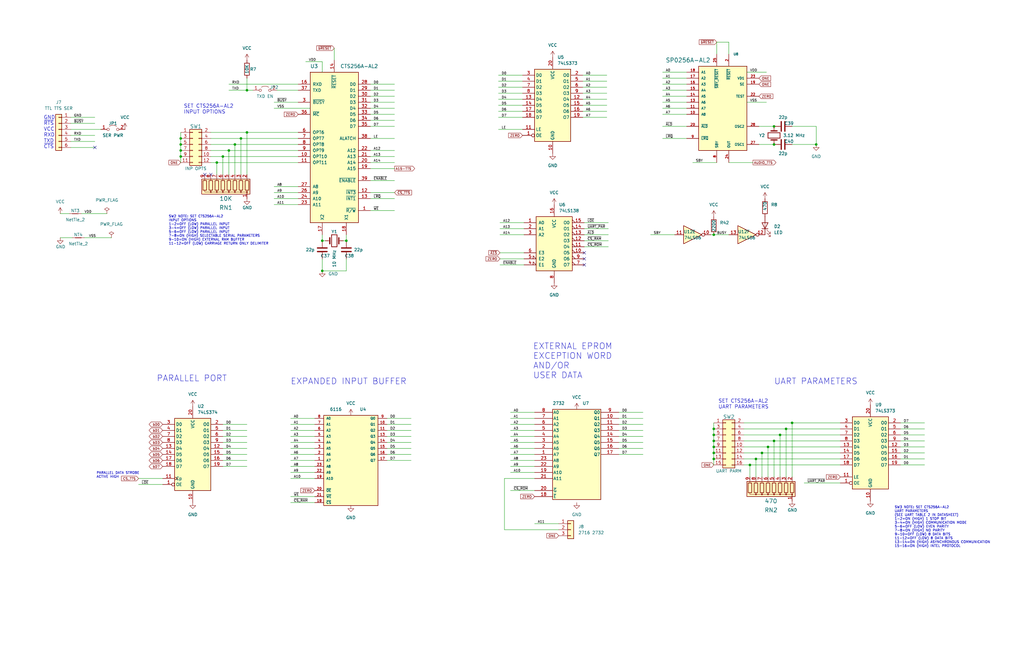
<source format=kicad_sch>
(kicad_sch (version 20211123) (generator eeschema)
  (paper "B")
  (junction (at 91.44 68.58))
  (junction (at 300.99 183.515))
  (junction (at 101.6 58.42))
  (junction (at 300.99 180.975))
  (junction (at 300.99 191.135))
  (junction (at 300.99 193.675))
  (junction (at 76.2 60.96))
  (junction (at 334.01 178.435))
  (junction (at 318.77 193.675))
  (junction (at 300.99 186.055))
  (junction (at 326.39 186.055))
  (junction (at 328.93 183.515))
  (junction (at 96.52 63.5))
  (junction (at 323.85 188.595))
  (junction (at 300.99 99.06))
  (junction (at 316.23 196.215))
  (junction (at 326.39 53.34))
  (junction (at 331.47 180.975))
  (junction (at 135.89 101.6))
  (junction (at 76.2 63.5))
  (junction (at 300.99 188.595))
  (junction (at 76.2 58.42))
  (junction (at 104.14 55.88))
  (junction (at 76.2 66.04))
  (junction (at 321.31 191.135))
  (junction (at 93.98 66.04))
  (junction (at 135.89 114.3))
  (junction (at 326.39 60.96))
  (junction (at 344.17 60.96))
  (junction (at 146.05 101.6))
  (junction (at 104.14 38.1))
  (junction (at 99.06 60.96))
  (no_connect (at 246.38 106.68))
  (no_connect (at 86.36 73.66))
  (no_connect (at 40.005 62.23))
  (no_connect (at 88.9 73.66))
  (no_connect (at 246.38 109.22))
  (no_connect (at 246.38 111.76))
  (wire (pts (xy 210.185 34.29) (xy 220.345 34.29)))
  (wire (pts (xy 331.47 180.975) (xy 354.33 180.975)))
  (wire (pts (xy 76.2 60.96) (xy 76.2 63.5)))
  (wire (pts (xy 93.98 186.69) (xy 104.14 186.69)))
  (wire (pts (xy 210.185 41.91) (xy 220.345 41.91)))
  (wire (pts (xy 379.73 186.055) (xy 389.89 186.055)))
  (wire (pts (xy 29.845 62.23) (xy 40.005 62.23)))
  (wire (pts (xy 156.21 81.28) (xy 166.37 81.28)))
  (wire (pts (xy 379.73 196.215) (xy 389.89 196.215)))
  (wire (pts (xy 245.745 36.83) (xy 255.905 36.83)))
  (wire (pts (xy 156.21 66.04) (xy 166.37 66.04)))
  (wire (pts (xy 128.905 26.035) (xy 135.89 26.035)))
  (wire (pts (xy 88.9 66.04) (xy 93.98 66.04)))
  (wire (pts (xy 29.845 52.07) (xy 40.005 52.07)))
  (wire (pts (xy 99.06 73.66) (xy 99.06 60.96)))
  (wire (pts (xy 156.21 50.8) (xy 166.37 50.8)))
  (wire (pts (xy 115.57 45.72) (xy 130.81 45.72)))
  (wire (pts (xy 279.4 35.56) (xy 289.56 35.56)))
  (wire (pts (xy 210.82 99.06) (xy 220.98 99.06)))
  (wire (pts (xy 156.21 40.64) (xy 166.37 40.64)))
  (wire (pts (xy 76.2 55.88) (xy 76.2 58.42)))
  (wire (pts (xy 245.745 46.99) (xy 255.905 46.99)))
  (wire (pts (xy 316.23 201.295) (xy 316.23 196.215)))
  (wire (pts (xy 379.73 193.675) (xy 389.89 193.675)))
  (wire (pts (xy 115.57 83.82) (xy 125.73 83.82)))
  (wire (pts (xy 246.38 99.06) (xy 256.54 99.06)))
  (wire (pts (xy 122.555 191.77) (xy 132.715 191.77)))
  (wire (pts (xy 260.985 184.15) (xy 271.145 184.15)))
  (wire (pts (xy 212.725 223.52) (xy 212.725 201.93)))
  (wire (pts (xy 156.21 53.34) (xy 166.37 53.34)))
  (wire (pts (xy 96.52 35.56) (xy 125.73 35.56)))
  (wire (pts (xy 122.555 189.23) (xy 132.715 189.23)))
  (wire (pts (xy 29.845 57.15) (xy 40.005 57.15)))
  (wire (pts (xy 29.845 59.69) (xy 40.005 59.69)))
  (wire (pts (xy 245.745 44.45) (xy 255.905 44.45)))
  (wire (pts (xy 302.26 17.78) (xy 302.26 22.86)))
  (wire (pts (xy 29.845 49.53) (xy 40.005 49.53)))
  (wire (pts (xy 122.555 196.85) (xy 132.715 196.85)))
  (wire (pts (xy 300.99 178.435) (xy 300.99 180.975)))
  (wire (pts (xy 215.265 199.39) (xy 225.425 199.39)))
  (wire (pts (xy 379.73 180.975) (xy 389.89 180.975)))
  (wire (pts (xy 279.4 40.64) (xy 289.56 40.64)))
  (wire (pts (xy 210.82 111.76) (xy 220.98 111.76)))
  (wire (pts (xy 300.99 99.06) (xy 299.72 99.06)))
  (wire (pts (xy 88.9 58.42) (xy 101.6 58.42)))
  (wire (pts (xy 379.73 183.515) (xy 389.89 183.515)))
  (wire (pts (xy 379.73 191.135) (xy 389.89 191.135)))
  (wire (pts (xy 307.34 68.58) (xy 317.5 68.58)))
  (wire (pts (xy 115.57 81.28) (xy 125.73 81.28)))
  (wire (pts (xy 215.265 181.61) (xy 225.425 181.61)))
  (wire (pts (xy 122.555 199.39) (xy 132.715 199.39)))
  (wire (pts (xy 122.555 176.53) (xy 132.715 176.53)))
  (wire (pts (xy 156.21 63.5) (xy 166.37 63.5)))
  (wire (pts (xy 279.4 30.48) (xy 289.56 30.48)))
  (wire (pts (xy 334.01 53.34) (xy 344.17 53.34)))
  (wire (pts (xy 245.745 34.29) (xy 255.905 34.29)))
  (wire (pts (xy 146.05 109.22) (xy 146.05 114.3)))
  (wire (pts (xy 88.9 60.96) (xy 99.06 60.96)))
  (wire (pts (xy 35.56 100.33) (xy 46.99 100.33)))
  (wire (pts (xy 245.745 41.91) (xy 255.905 41.91)))
  (wire (pts (xy 246.38 104.14) (xy 256.54 104.14)))
  (wire (pts (xy 93.98 66.04) (xy 125.73 66.04)))
  (wire (pts (xy 300.99 188.595) (xy 300.99 191.135)))
  (wire (pts (xy 260.985 191.77) (xy 271.145 191.77)))
  (wire (pts (xy 279.4 38.1) (xy 289.56 38.1)))
  (wire (pts (xy 115.57 86.36) (xy 125.73 86.36)))
  (wire (pts (xy 76.2 66.04) (xy 76.2 68.58)))
  (wire (pts (xy 292.1 68.58) (xy 302.26 68.58)))
  (wire (pts (xy 96.52 73.66) (xy 96.52 63.5)))
  (wire (pts (xy 156.21 38.1) (xy 166.37 38.1)))
  (wire (pts (xy 88.9 68.58) (xy 91.44 68.58)))
  (wire (pts (xy 260.985 181.61) (xy 271.145 181.61)))
  (wire (pts (xy 334.01 178.435) (xy 334.01 201.295)))
  (wire (pts (xy 344.17 53.34) (xy 344.17 60.96)))
  (wire (pts (xy 320.04 53.34) (xy 326.39 53.34)))
  (wire (pts (xy 210.185 39.37) (xy 220.345 39.37)))
  (wire (pts (xy 122.555 209.55) (xy 132.715 209.55)))
  (wire (pts (xy 104.14 33.02) (xy 104.14 38.1)))
  (wire (pts (xy 313.69 183.515) (xy 328.93 183.515)))
  (wire (pts (xy 215.265 184.15) (xy 225.425 184.15)))
  (wire (pts (xy 104.14 55.88) (xy 125.73 55.88)))
  (wire (pts (xy 260.985 186.69) (xy 271.145 186.69)))
  (wire (pts (xy 215.265 207.01) (xy 225.425 207.01)))
  (wire (pts (xy 344.17 60.96) (xy 334.01 60.96)))
  (wire (pts (xy 163.195 191.77) (xy 173.355 191.77)))
  (wire (pts (xy 140.97 20.32) (xy 140.97 25.4)))
  (wire (pts (xy 313.69 196.215) (xy 316.23 196.215)))
  (wire (pts (xy 93.98 191.77) (xy 104.14 191.77)))
  (wire (pts (xy 314.96 43.18) (xy 323.215 43.18)))
  (wire (pts (xy 300.99 191.135) (xy 300.99 193.675)))
  (wire (pts (xy 300.99 186.055) (xy 300.99 188.595)))
  (wire (pts (xy 210.185 49.53) (xy 220.345 49.53)))
  (wire (pts (xy 137.16 101.6) (xy 135.89 101.6)))
  (wire (pts (xy 339.09 203.835) (xy 354.33 203.835)))
  (wire (pts (xy 210.185 44.45) (xy 220.345 44.45)))
  (wire (pts (xy 326.39 186.055) (xy 354.33 186.055)))
  (wire (pts (xy 215.265 196.85) (xy 225.425 196.85)))
  (wire (pts (xy 163.195 179.07) (xy 173.355 179.07)))
  (wire (pts (xy 316.23 196.215) (xy 354.33 196.215)))
  (wire (pts (xy 34.29 90.17) (xy 45.085 90.17)))
  (wire (pts (xy 210.82 109.22) (xy 220.98 109.22)))
  (wire (pts (xy 76.2 58.42) (xy 76.2 60.96)))
  (wire (pts (xy 122.555 184.15) (xy 132.715 184.15)))
  (wire (pts (xy 260.985 179.07) (xy 271.145 179.07)))
  (wire (pts (xy 331.47 180.975) (xy 331.47 201.295)))
  (wire (pts (xy 274.32 99.06) (xy 284.48 99.06)))
  (wire (pts (xy 215.265 194.31) (xy 225.425 194.31)))
  (wire (pts (xy 313.69 193.675) (xy 318.77 193.675)))
  (wire (pts (xy 260.985 173.99) (xy 271.145 173.99)))
  (wire (pts (xy 101.6 58.42) (xy 101.6 73.66)))
  (wire (pts (xy 25.4 100.33) (xy 30.48 100.33)))
  (wire (pts (xy 328.93 183.515) (xy 328.93 201.295)))
  (wire (pts (xy 156.21 58.42) (xy 166.37 58.42)))
  (wire (pts (xy 279.4 33.02) (xy 289.56 33.02)))
  (wire (pts (xy 163.195 176.53) (xy 173.355 176.53)))
  (wire (pts (xy 163.195 189.23) (xy 173.355 189.23)))
  (wire (pts (xy 163.195 181.61) (xy 173.355 181.61)))
  (wire (pts (xy 115.57 78.74) (xy 125.73 78.74)))
  (wire (pts (xy 326.39 186.055) (xy 326.39 201.295)))
  (wire (pts (xy 210.185 54.61) (xy 220.345 54.61)))
  (wire (pts (xy 29.845 54.61) (xy 42.545 54.61)))
  (wire (pts (xy 210.82 96.52) (xy 220.98 96.52)))
  (wire (pts (xy 313.69 178.435) (xy 334.01 178.435)))
  (wire (pts (xy 300.99 183.515) (xy 300.99 186.055)))
  (wire (pts (xy 313.69 191.135) (xy 321.31 191.135)))
  (wire (pts (xy 260.985 176.53) (xy 271.145 176.53)))
  (wire (pts (xy 156.21 35.56) (xy 166.37 35.56)))
  (wire (pts (xy 323.85 201.295) (xy 323.85 188.595)))
  (wire (pts (xy 135.89 30.48) (xy 135.89 26.035)))
  (wire (pts (xy 246.38 101.6) (xy 256.54 101.6)))
  (wire (pts (xy 379.73 188.595) (xy 389.89 188.595)))
  (wire (pts (xy 328.93 183.515) (xy 354.33 183.515)))
  (wire (pts (xy 279.4 45.72) (xy 289.56 45.72)))
  (wire (pts (xy 122.555 179.07) (xy 132.715 179.07)))
  (wire (pts (xy 122.555 201.93) (xy 132.715 201.93)))
  (wire (pts (xy 58.42 204.47) (xy 68.58 204.47)))
  (wire (pts (xy 245.745 31.75) (xy 255.905 31.75)))
  (wire (pts (xy 156.21 43.18) (xy 166.37 43.18)))
  (wire (pts (xy 156.21 76.2) (xy 166.37 76.2)))
  (wire (pts (xy 318.77 193.675) (xy 354.33 193.675)))
  (wire (pts (xy 93.98 181.61) (xy 104.14 181.61)))
  (wire (pts (xy 215.265 173.99) (xy 225.425 173.99)))
  (wire (pts (xy 307.34 17.78) (xy 307.34 22.86)))
  (wire (pts (xy 300.99 99.06) (xy 307.34 99.06)))
  (wire (pts (xy 122.555 181.61) (xy 132.715 181.61)))
  (wire (pts (xy 163.195 184.15) (xy 173.355 184.15)))
  (wire (pts (xy 156.21 68.58) (xy 166.37 68.58)))
  (wire (pts (xy 25.4 90.17) (xy 29.21 90.17)))
  (wire (pts (xy 215.265 186.69) (xy 225.425 186.69)))
  (wire (pts (xy 58.42 201.93) (xy 68.58 201.93)))
  (wire (pts (xy 300.99 180.975) (xy 300.99 183.515)))
  (wire (pts (xy 163.195 186.69) (xy 173.355 186.69)))
  (wire (pts (xy 88.9 55.88) (xy 104.14 55.88)))
  (wire (pts (xy 93.98 179.07) (xy 104.14 179.07)))
  (wire (pts (xy 156.21 45.72) (xy 166.37 45.72)))
  (wire (pts (xy 146.05 101.6) (xy 144.78 101.6)))
  (wire (pts (xy 115.57 43.18) (xy 125.73 43.18)))
  (wire (pts (xy 260.985 189.23) (xy 271.145 189.23)))
  (wire (pts (xy 99.06 60.96) (xy 125.73 60.96)))
  (wire (pts (xy 122.555 212.09) (xy 132.715 212.09)))
  (wire (pts (xy 279.4 53.34) (xy 289.56 53.34)))
  (wire (pts (xy 279.4 48.26) (xy 289.56 48.26)))
  (wire (pts (xy 93.98 73.66) (xy 93.98 66.04)))
  (wire (pts (xy 91.44 68.58) (xy 125.73 68.58)))
  (wire (pts (xy 215.265 176.53) (xy 225.425 176.53)))
  (wire (pts (xy 91.44 73.66) (xy 91.44 68.58)))
  (wire (pts (xy 122.555 194.31) (xy 132.715 194.31)))
  (wire (pts (xy 104.14 55.88) (xy 104.14 73.66)))
  (wire (pts (xy 212.725 201.93) (xy 225.425 201.93)))
  (wire (pts (xy 156.21 83.82) (xy 166.37 83.82)))
  (wire (pts (xy 93.98 189.23) (xy 104.14 189.23)))
  (wire (pts (xy 76.2 63.5) (xy 76.2 66.04)))
  (wire (pts (xy 379.73 178.435) (xy 389.89 178.435)))
  (wire (pts (xy 116.84 38.1) (xy 125.73 38.1)))
  (wire (pts (xy 156.21 88.9) (xy 166.37 88.9)))
  (wire (pts (xy 320.04 60.96) (xy 326.39 60.96)))
  (wire (pts (xy 135.89 114.3) (xy 135.89 109.22)))
  (wire (pts (xy 146.05 99.06) (xy 146.05 101.6)))
  (wire (pts (xy 235.585 223.52) (xy 212.725 223.52)))
  (wire (pts (xy 210.185 46.99) (xy 220.345 46.99)))
  (wire (pts (xy 246.38 96.52) (xy 256.54 96.52)))
  (wire (pts (xy 321.31 191.135) (xy 354.33 191.135)))
  (wire (pts (xy 313.69 186.055) (xy 326.39 186.055)))
  (wire (pts (xy 302.26 17.78) (xy 307.34 17.78)))
  (wire (pts (xy 300.99 193.675) (xy 300.99 196.215)))
  (wire (pts (xy 96.52 63.5) (xy 125.73 63.5)))
  (wire (pts (xy 93.98 194.31) (xy 104.14 194.31)))
  (wire (pts (xy 225.425 220.98) (xy 235.585 220.98)))
  (wire (pts (xy 210.185 36.83) (xy 220.345 36.83)))
  (wire (pts (xy 146.05 114.3) (xy 135.89 114.3)))
  (wire (pts (xy 215.265 189.23) (xy 225.425 189.23)))
  (wire (pts (xy 156.21 71.12) (xy 166.37 71.12)))
  (wire (pts (xy 93.98 184.15) (xy 104.14 184.15)))
  (wire (pts (xy 245.745 49.53) (xy 255.905 49.53)))
  (wire (pts (xy 323.85 188.595) (xy 354.33 188.595)))
  (wire (pts (xy 334.01 178.435) (xy 354.33 178.435)))
  (wire (pts (xy 279.4 58.42) (xy 289.56 58.42)))
  (wire (pts (xy 88.9 63.5) (xy 96.52 63.5)))
  (wire (pts (xy 93.98 196.85) (xy 104.14 196.85)))
  (wire (pts (xy 210.82 106.68) (xy 220.98 106.68)))
  (wire (pts (xy 96.52 38.1) (xy 104.14 38.1)))
  (wire (pts (xy 318.77 201.295) (xy 318.77 193.675)))
  (wire (pts (xy 104.14 38.1) (xy 106.68 38.1)))
  (wire (pts (xy 215.265 179.07) (xy 225.425 179.07)))
  (wire (pts (xy 245.745 39.37) (xy 255.905 39.37)))
  (wire (pts (xy 163.195 194.31) (xy 173.355 194.31)))
  (wire (pts (xy 314.96 30.48) (xy 323.215 30.48)))
  (wire (pts (xy 279.4 43.18) (xy 289.56 43.18)))
  (wire (pts (xy 101.6 58.42) (xy 125.73 58.42)))
  (wire (pts (xy 313.69 180.975) (xy 331.47 180.975)))
  (wire (pts (xy 210.82 93.98) (xy 220.98 93.98)))
  (wire (pts (xy 246.38 93.98) (xy 256.54 93.98)))
  (wire (pts (xy 313.69 188.595) (xy 323.85 188.595)))
  (wire (pts (xy 321.31 201.295) (xy 321.31 191.135)))
  (wire (pts (xy 156.21 48.26) (xy 166.37 48.26)))
  (wire (pts (xy 135.89 99.06) (xy 135.89 101.6)))
  (wire (pts (xy 210.185 31.75) (xy 220.345 31.75)))
  (wire (pts (xy 122.555 186.69) (xy 132.715 186.69)))
  (wire (pts (xy 215.265 191.77) (xy 225.425 191.77)))
  (text "SW2 NOTE: SET CTS256A-AL2\nINPUT OPTIONS\n1-2=OFF (LOW) PARALLEL INPUT\n3-4=OFF (LOW) PARALLEL INPUT\n5-6=OFF (LOW) PARALLEL INPUT\n7-8=ON (HIGH) SELECTABLE SERIAL PARAMETERS\n9-10=ON (HIGH) EXTERNAL RAM BUFFER\n11-12=OFF (LOW) CARRIAGE RETURN ONLY DELIMITER" (at 71.12 103.505 0) (effects (font (size 1.016 1.016)) (justify left bottom)))
  (text "SW3 NOTE: SET CTS256A-AL2\nUART PARAMETERS \n(SEE UART TABLE 2 IN DATASHEET)\n1-2=ON (HIGH) 1 STOP BIT\n3-4=ON (HIGH) COMMUNICATION MODE\n5-6=OFF (LOW) EVEN PARITY\n7-8=ON (HIGH) NO PARITY\n9-10=OFF (LOW) 8 DATA BITS\n11-12=OFF (LOW) 8 DATA BITS\n13-14=ON (HIGH) ASYNCHRONOUS COMMUNICATION\n15-16=ON (HIGH) INTEL PROTOCOL" (at 377.19 231.14 0) (effects (font (size 1.016 1.016)) (justify left bottom)))
  (text "SET CTS256A-AL2\nINPUT OPTIONS" (at 77.47 48.26 0) (effects (font (size 1.524 1.524)) (justify left bottom)))
  (text "SET CTS256A-AL2\nUART PARAMETERS" (at 302.895 172.72 0) (effects (font (size 1.524 1.524)) (justify left bottom)))
  (text "GND\n~{RTS}\nVCC\nRXD\nTXD\n~{CTS}" (at 18.415 62.865 0) (effects (font (size 1.524 1.524)) (justify left bottom)))
  (text "UART PARAMETERS" (at 326.39 162.56 0) (effects (font (size 2.54 2.54)) (justify left bottom)))
  (text "EXPANDED INPUT BUFFER" (at 122.555 162.56 0) (effects (font (size 2.54 2.54)) (justify left bottom)))
  (text "PARALLEL PORT" (at 66.04 161.29 0) (effects (font (size 2.54 2.54)) (justify left bottom)))
  (text "PARALLEL DATA STROBE\nACTIVE HIGH" (at 40.64 201.93 0) (effects (font (size 1.016 1.016)) (justify left bottom)))
  (text "EXTERNAL EPROM\nEXCEPTION WORD\nAND/OR\nUSER DATA" (at 224.79 160.02 0) (effects (font (size 2.54 2.54)) (justify left bottom)))
  (label "D7" (at 262.255 191.77 0) (effects (font (size 1.016 1.016))))
  (label "D7" (at 95.25 196.85 0) (effects (font (size 1.016 1.016))))
  (label "D5" (at 262.255 186.69 0) (effects (font (size 1.016 1.016))))
  (label "D1" (at 211.455 34.29 0) (effects (font (size 1.016 1.016))))
  (label "~{ALD}" (at 280.67 53.34 0) (effects (font (size 1.016 1.016))))
  (label "A0" (at 123.825 176.53 0) (effects (font (size 1.016 1.016))))
  (label "D1" (at 381 193.675 0) (effects (font (size 1.016 1.016))))
  (label "~{CS_ROM}" (at 247.65 104.14 0) (effects (font (size 1.016 1.016))))
  (label "D6" (at 157.48 50.8 0) (effects (font (size 1.016 1.016))))
  (label "D7" (at 164.465 194.31 0) (effects (font (size 1.016 1.016))))
  (label "VDD" (at 316.23 30.48 0) (effects (font (size 1.016 1.016))))
  (label "D5" (at 95.25 191.77 0) (effects (font (size 1.016 1.016))))
  (label "D1" (at 164.465 179.07 0) (effects (font (size 1.016 1.016))))
  (label "D5" (at 164.465 189.23 0) (effects (font (size 1.016 1.016))))
  (label "~{LRQ}" (at 280.67 58.42 0) (effects (font (size 1.016 1.016))))
  (label "A7" (at 123.825 194.31 0) (effects (font (size 1.016 1.016))))
  (label "A9" (at 116.84 81.28 0) (effects (font (size 1.016 1.016))))
  (label "D6" (at 95.25 194.31 0) (effects (font (size 1.016 1.016))))
  (label "D1" (at 262.255 176.53 0) (effects (font (size 1.016 1.016))))
  (label "D2" (at 211.455 36.83 0) (effects (font (size 1.016 1.016))))
  (label "D4" (at 157.48 45.72 0) (effects (font (size 1.016 1.016))))
  (label "D0" (at 211.455 31.75 0) (effects (font (size 1.016 1.016))))
  (label "~{WE}" (at 123.825 209.55 0) (effects (font (size 1.016 1.016))))
  (label "D1" (at 157.48 38.1 0) (effects (font (size 1.016 1.016))))
  (label "A10" (at 123.825 201.93 0) (effects (font (size 1.016 1.016))))
  (label "D5" (at 157.48 48.26 0) (effects (font (size 1.016 1.016))))
  (label "A2" (at 216.535 179.07 0) (effects (font (size 1.016 1.016))))
  (label "SBY" (at 293.37 68.58 0) (effects (font (size 1.016 1.016))))
  (label "VSS" (at 316.23 43.18 0) (effects (font (size 1.016 1.016))))
  (label "A3" (at 123.825 184.15 0) (effects (font (size 1.016 1.016))))
  (label "~{ENABLE}" (at 212.09 111.76 0) (effects (font (size 1.016 1.016))))
  (label "A10" (at 216.535 199.39 0) (effects (font (size 1.016 1.016))))
  (label "D2" (at 95.25 184.15 0) (effects (font (size 1.016 1.016))))
  (label "A5" (at 216.535 186.69 0) (effects (font (size 1.016 1.016))))
  (label "A14" (at 212.09 99.06 0) (effects (font (size 1.016 1.016))))
  (label "RXD" (at 31.115 57.15 0) (effects (font (size 1.016 1.016))))
  (label "D0" (at 381 196.215 0) (effects (font (size 1.016 1.016))))
  (label "A4" (at 123.825 186.69 0) (effects (font (size 1.016 1.016))))
  (label "A6" (at 216.535 189.23 0) (effects (font (size 1.016 1.016))))
  (label "A7" (at 216.535 191.77 0) (effects (font (size 1.016 1.016))))
  (label "A7" (at 247.015 49.53 0) (effects (font (size 1.016 1.016))))
  (label "A4" (at 280.67 40.64 0) (effects (font (size 1.016 1.016))))
  (label "D3" (at 211.455 39.37 0) (effects (font (size 1.016 1.016))))
  (label "~{UART_PAR}" (at 340.36 203.835 0) (effects (font (size 1.016 1.016))))
  (label "A11" (at 226.695 220.98 0) (effects (font (size 1.016 1.016))))
  (label "~{BUSY}" (at 31.115 52.07 0) (effects (font (size 1.016 1.016))))
  (label "D5" (at 381 183.515 0) (effects (font (size 1.016 1.016))))
  (label "~{WE}" (at 157.48 88.9 0) (effects (font (size 1.016 1.016))))
  (label "D1" (at 95.25 181.61 0) (effects (font (size 1.016 1.016))))
  (label "A13" (at 157.48 66.04 0) (effects (font (size 1.016 1.016))))
  (label "RXD" (at 97.79 35.56 0) (effects (font (size 1.016 1.016))))
  (label "A0" (at 247.015 31.75 0) (effects (font (size 1.016 1.016))))
  (label "A6" (at 123.825 191.77 0) (effects (font (size 1.016 1.016))))
  (label "D6" (at 211.455 46.99 0) (effects (font (size 1.016 1.016))))
  (label "~{ENABLE}" (at 157.48 76.2 0) (effects (font (size 1.016 1.016))))
  (label "A3" (at 216.535 181.61 0) (effects (font (size 1.016 1.016))))
  (label "BUSY" (at 302.26 99.06 0) (effects (font (size 1.016 1.016))))
  (label "D0" (at 262.255 173.99 0) (effects (font (size 1.016 1.016))))
  (label "A13" (at 212.09 96.52 0) (effects (font (size 1.016 1.016))))
  (label "VSS" (at 116.84 45.72 0) (effects (font (size 1.016 1.016))))
  (label "D6" (at 164.465 191.77 0) (effects (font (size 1.016 1.016))))
  (label "D5" (at 211.455 44.45 0) (effects (font (size 1.016 1.016))))
  (label "D3" (at 262.255 181.61 0) (effects (font (size 1.016 1.016))))
  (label "A1" (at 280.67 33.02 0) (effects (font (size 1.016 1.016))))
  (label "D2" (at 164.465 181.61 0) (effects (font (size 1.016 1.016))))
  (label "D3" (at 164.465 184.15 0) (effects (font (size 1.016 1.016))))
  (label "~{ALD}" (at 247.65 99.06 0) (effects (font (size 1.016 1.016))))
  (label "~{BUSY}" (at 116.84 43.18 0) (effects (font (size 1.016 1.016))))
  (label "D4" (at 95.25 189.23 0) (effects (font (size 1.016 1.016))))
  (label "A2" (at 247.015 36.83 0) (effects (font (size 1.016 1.016))))
  (label "D2" (at 262.255 179.07 0) (effects (font (size 1.016 1.016))))
  (label "D0" (at 164.465 176.53 0) (effects (font (size 1.016 1.016))))
  (label "D3" (at 381 188.595 0) (effects (font (size 1.016 1.016))))
  (label "VSS" (at 37.465 100.33 0) (effects (font (size 1.016 1.016))))
  (label "TXD" (at 31.115 59.69 0) (effects (font (size 1.016 1.016))))
  (label "LE" (at 211.455 54.61 0) (effects (font (size 1.016 1.016))))
  (label "A4" (at 247.015 41.91 0) (effects (font (size 1.016 1.016))))
  (label "A1" (at 123.825 179.07 0) (effects (font (size 1.016 1.016))))
  (label "D7" (at 157.48 53.34 0) (effects (font (size 1.016 1.016))))
  (label "~{LOE}" (at 247.65 93.98 0) (effects (font (size 1.016 1.016))))
  (label "A3" (at 247.015 39.37 0) (effects (font (size 1.016 1.016))))
  (label "A5" (at 247.015 44.45 0) (effects (font (size 1.016 1.016))))
  (label "A2" (at 280.67 35.56 0) (effects (font (size 1.016 1.016))))
  (label "A6" (at 247.015 46.99 0) (effects (font (size 1.016 1.016))))
  (label "D0" (at 95.25 179.07 0) (effects (font (size 1.016 1.016))))
  (label "A0" (at 216.535 173.99 0) (effects (font (size 1.016 1.016))))
  (label "LE" (at 157.48 58.42 0) (effects (font (size 1.016 1.016))))
  (label "A14" (at 157.48 68.58 0) (effects (font (size 1.016 1.016))))
  (label "D6" (at 381 180.975 0) (effects (font (size 1.016 1.016))))
  (label "D6" (at 262.255 189.23 0) (effects (font (size 1.016 1.016))))
  (label "A11" (at 116.84 86.36 0) (effects (font (size 1.016 1.016))))
  (label "D2" (at 381 191.135 0) (effects (font (size 1.016 1.016))))
  (label "VDD" (at 130.175 26.035 0) (effects (font (size 1.016 1.016))))
  (label "~{LOE}" (at 59.69 204.47 0) (effects (font (size 1.016 1.016))))
  (label "A4" (at 216.535 184.15 0) (effects (font (size 1.016 1.016))))
  (label "A12" (at 212.09 93.98 0) (effects (font (size 1.016 1.016))))
  (label "D7" (at 381 178.435 0) (effects (font (size 1.016 1.016))))
  (label "A5" (at 280.67 43.18 0) (effects (font (size 1.016 1.016))))
  (label "A3" (at 280.67 38.1 0) (effects (font (size 1.016 1.016))))
  (label "A6" (at 280.67 45.72 0) (effects (font (size 1.016 1.016))))
  (label "A8" (at 116.84 78.74 0) (effects (font (size 1.016 1.016))))
  (label "A1" (at 247.015 34.29 0) (effects (font (size 1.016 1.016))))
  (label "GND" (at 31.115 49.53 0) (effects (font (size 1.016 1.016))))
  (label "A8" (at 123.825 196.85 0) (effects (font (size 1.016 1.016))))
  (label "D3" (at 95.25 186.69 0) (effects (font (size 1.016 1.016))))
  (label "D7" (at 211.455 49.53 0) (effects (font (size 1.016 1.016))))
  (label "D4" (at 381 186.055 0) (effects (font (size 1.016 1.016))))
  (label "A0" (at 280.67 30.48 0) (effects (font (size 1.016 1.016))))
  (label "~{CS_ROM}" (at 216.535 207.01 0) (effects (font (size 1.016 1.016))))
  (label "A7" (at 280.67 48.26 0) (effects (font (size 1.016 1.016))))
  (label "VDD" (at 35.56 90.17 0) (effects (font (size 1.016 1.016))))
  (label "SBY" (at 275.59 99.06 0) (effects (font (size 1.016 1.016))))
  (label "~{CS_RAM}" (at 123.825 212.09 0) (effects (font (size 1.016 1.016))))
  (label "TXD" (at 97.79 38.1 0) (effects (font (size 1.016 1.016))))
  (label "D4" (at 262.255 184.15 0) (effects (font (size 1.016 1.016))))
  (label "A5" (at 123.825 189.23 0) (effects (font (size 1.016 1.016))))
  (label "D4" (at 164.465 186.69 0) (effects (font (size 1.016 1.016))))
  (label "A12" (at 157.48 63.5 0) (effects (font (size 1.016 1.016))))
  (label "~{CS_RAM}" (at 247.65 101.6 0) (effects (font (size 1.016 1.016))))
  (label "D3" (at 157.48 43.18 0) (effects (font (size 1.016 1.016))))
  (label "~{LRQ}" (at 157.48 83.82 0) (effects (font (size 1.016 1.016))))
  (label "D4" (at 211.455 41.91 0) (effects (font (size 1.016 1.016))))
  (label "D2" (at 157.48 40.64 0) (effects (font (size 1.016 1.016))))
  (label "A1" (at 216.535 176.53 0) (effects (font (size 1.016 1.016))))
  (label "A10" (at 116.84 83.82 0) (effects (font (size 1.016 1.016))))
  (label "~{UART_PAR}" (at 247.65 96.52 0) (effects (font (size 1.016 1.016))))
  (label "A9" (at 216.535 196.85 0) (effects (font (size 1.016 1.016))))
  (label "A2" (at 123.825 181.61 0) (effects (font (size 1.016 1.016))))
  (label "D0" (at 157.48 35.56 0) (effects (font (size 1.016 1.016))))
  (label "A8" (at 216.535 194.31 0) (effects (font (size 1.016 1.016))))
  (label "A9" (at 123.825 199.39 0) (effects (font (size 1.016 1.016))))
  (global_label "ONE" (shape input) (at 235.585 226.06 180) (effects (font (size 1.016 1.016))) (property "Intersheet References" "${INTERSHEET_REFS}" (effects hide)))
  (global_label "ZERO" (shape input) (at 220.345 57.15 180) (effects (font (size 1.016 1.016))) (property "Intersheet References" "${INTERSHEET_REFS}" (effects hide)))
  (global_label "ZERO" (shape input) (at 225.425 209.55 180) (effects (font (size 1.016 1.016))) (property "Intersheet References" "${INTERSHEET_REFS}" (effects hide)))
  (global_label "~{bRESET}" (shape input) (at 140.97 20.32 180) (effects (font (size 1.016 1.016))) (property "Intersheet References" "${INTERSHEET_REFS}" (effects hide)))
  (global_label "ZERO" (shape input) (at 210.82 109.22 180) (effects (font (size 1.016 1.016))) (property "Intersheet References" "${INTERSHEET_REFS}" (effects hide)))
  (global_label "ONE" (shape input) (at 300.99 196.215 180) (effects (font (size 1.016 1.016))) (property "Intersheet References" "${INTERSHEET_REFS}" (effects hide)))
  (global_label "CS_TTS" (shape input) (at 58.42 201.93 180) (effects (font (size 1.016 1.016))) (property "Intersheet References" "${INTERSHEET_REFS}" (effects hide)))
  (global_label "ONE" (shape input) (at 320.04 33.02 0) (effects (font (size 1.016 1.016))) (property "Intersheet References" "${INTERSHEET_REFS}" (effects hide)))
  (global_label "ONE" (shape input) (at 320.04 35.56 0) (effects (font (size 1.016 1.016))) (property "Intersheet References" "${INTERSHEET_REFS}" (effects hide)))
  (global_label "ONE" (shape input) (at 76.2 68.58 180) (effects (font (size 1.016 1.016))) (property "Intersheet References" "${INTERSHEET_REFS}" (effects hide)))
  (global_label "A15-TTS" (shape output) (at 166.37 71.12 0) (effects (font (size 1.016 1.016))) (property "Intersheet References" "${INTERSHEET_REFS}" (effects hide)))
  (global_label "bD3" (shape bidirectional) (at 68.58 186.69 180) (effects (font (size 1.016 1.016))) (property "Intersheet References" "${INTERSHEET_REFS}" (effects hide)))
  (global_label "bD7" (shape bidirectional) (at 68.58 196.85 180) (effects (font (size 1.016 1.016))) (property "Intersheet References" "${INTERSHEET_REFS}" (effects hide)))
  (global_label "bD2" (shape bidirectional) (at 68.58 184.15 180) (effects (font (size 1.016 1.016))) (property "Intersheet References" "${INTERSHEET_REFS}" (effects hide)))
  (global_label "ZERO" (shape input) (at 132.715 207.01 180) (effects (font (size 1.016 1.016))) (property "Intersheet References" "${INTERSHEET_REFS}" (effects hide)))
  (global_label "~{A15}" (shape input) (at 210.82 106.68 180) (effects (font (size 1.016 1.016))) (property "Intersheet References" "${INTERSHEET_REFS}" (effects hide)))
  (global_label "bD1" (shape bidirectional) (at 68.58 181.61 180) (effects (font (size 1.016 1.016))) (property "Intersheet References" "${INTERSHEET_REFS}" (effects hide)))
  (global_label "bD4" (shape bidirectional) (at 68.58 189.23 180) (effects (font (size 1.016 1.016))) (property "Intersheet References" "${INTERSHEET_REFS}" (effects hide)))
  (global_label "ZERO" (shape input) (at 354.33 201.295 180) (effects (font (size 1.016 1.016))) (property "Intersheet References" "${INTERSHEET_REFS}" (effects hide)))
  (global_label "bD5" (shape bidirectional) (at 68.58 191.77 180) (effects (font (size 1.016 1.016))) (property "Intersheet References" "${INTERSHEET_REFS}" (effects hide)))
  (global_label "bD6" (shape bidirectional) (at 68.58 194.31 180) (effects (font (size 1.016 1.016))) (property "Intersheet References" "${INTERSHEET_REFS}" (effects hide)))
  (global_label "~{CS_TTS}" (shape input) (at 166.37 81.28 0) (effects (font (size 1.016 1.016))) (property "Intersheet References" "${INTERSHEET_REFS}" (effects hide)))
  (global_label "AUDIO_TTS" (shape output) (at 317.5 68.58 0) (effects (font (size 1.016 1.016))) (property "Intersheet References" "${INTERSHEET_REFS}" (effects hide)))
  (global_label "ZERO" (shape input) (at 320.04 40.64 0) (effects (font (size 1.016 1.016))) (property "Intersheet References" "${INTERSHEET_REFS}" (effects hide)))
  (global_label "~{bRESET}" (shape input) (at 302.26 17.78 180) (effects (font (size 1.016 1.016))) (property "Intersheet References" "${INTERSHEET_REFS}" (effects hide)))
  (global_label "bD0" (shape bidirectional) (at 68.58 179.07 180) (effects (font (size 1.016 1.016))) (property "Intersheet References" "${INTERSHEET_REFS}" (effects hide)))
  (global_label "ZERO" (shape input) (at 125.73 48.26 180) (effects (font (size 1.016 1.016))) (property "Intersheet References" "${INTERSHEET_REFS}" (effects hide)))
  (symbol (lib_id "Jumper:Jumper_2_Open") (at 47.625 54.61 0) (unit 1)
    (property "Reference" "JP1" (at 47.625 52.07 0))
    (property "Value" "SER PWR" (at 47.625 57.15 0))
    (property "Footprint" "Connector_PinHeader_2.54mm:PinHeader_1x02_P2.54mm_Vertical" (effects hide))
  )
  (symbol (lib_id "Connector_Generic:Conn_02x06_Odd_Even") (at 81.28 60.96 0) (unit 1)
    (property "Reference" "SW1" (at 82.55 53.34 0) (effects (font (size 1.524 1.524))))
    (property "Value" "INP OPTS" (at 82.55 71.12 0))
    (property "Footprint" "Connector_PinHeader_2.54mm:PinHeader_2x06_P2.54mm_Vertical" (effects hide))
  )
  (symbol (lib_id "Device:R") (at 322.58 87.63 0) (unit 1)
    (property "Reference" "R8" (at 325.12 86.3599 0) (effects (justify left)))
    (property "Value" "470" (at 322.58 88.9 90) (effects (justify left)))
    (property "Footprint" "Resistor_THT:R_Axial_DIN0207_L6.3mm_D2.5mm_P7.62mm_Horizontal" (effects hide))
  )
  (symbol (lib_id "power:VCC") (at 81.28 171.45 0) (unit 1)
    (property "Reference" "#PWR014" (effects hide))
    (property "Value" "VCC" (at 81.28 166.37 0))
  )
  (symbol (lib_id "power:VCC") (at 243.205 172.72 0) (unit 1)
    (property "Reference" "#PWR027" (effects hide))
    (property "Value" "VCC" (at 243.205 167.64 0))
  )
  (symbol (lib_id "Connector_Generic:Conn_02x08_Odd_Even") (at 306.07 186.055 0) (unit 1)
    (property "Reference" "SW2" (at 307.34 175.895 0) (effects (font (size 1.524 1.524))))
    (property "Value" "UART PARM" (at 307.34 198.755 0))
    (property "Footprint" "Connector_PinHeader_2.54mm:PinHeader_2x08_P2.54mm_Vertical" (effects hide))
  )
  (symbol (lib_id "Device:Crystal") (at 140.97 101.6 0) (unit 1)
    (property "Reference" "Y1" (at 142.24 97.79 0) (effects (justify right)))
    (property "Value" "10 MHz" (at 140.97 105.41 90) (effects (justify right)))
    (property "Footprint" "Crystal:Crystal_HC49-4H_Vertical" (effects hide))
  )
  (symbol (lib_id "Device:R") (at 300.99 95.25 0) (unit 1)
    (property "Reference" "R42" (at 303.53 93.9799 0) (effects (justify left)))
    (property "Value" "2200" (at 300.99 97.79 90) (effects (justify left)))
    (property "Footprint" "Resistor_THT:R_Axial_DIN0207_L6.3mm_D2.5mm_P7.62mm_Horizontal" (effects hide))
  )
  (symbol (lib_id "Connector_Generic:Conn_01x06") (at 24.765 54.61 0) (mirror y) (unit 1)
    (property "Reference" "J7" (at 24.765 43.18 0))
    (property "Value" "TTL TTS SER" (at 24.765 45.72 0))
    (property "Footprint" "Connector_PinHeader_2.54mm:PinHeader_1x06_P2.54mm_Vertical" (effects hide))
  )
  (symbol (lib_id "power:GND") (at 81.28 212.09 0) (unit 1)
    (property "Reference" "#PWR015" (effects hide))
    (property "Value" "GND" (at 81.28 217.17 0))
  )
  (symbol (lib_id "74xx:74LS06") (at 292.1 99.06 0) (unit 5)
    (property "Reference" "U12" (at 290.83 97.79 0))
    (property "Value" "74LS06" (at 292.1 100.33 0))
    (property "Footprint" "Package_DIP:DIP-14_W7.62mm_Socket" (effects hide))
    (property "Datasheet" "http://www.ti.com/lit/gpn/sn74LS06" (effects hide))
  )
  (symbol (lib_id "Device:LED") (at 322.58 95.25 90) (unit 1)
    (property "Reference" "D2" (at 326.39 95.5674 90) (effects (justify right)))
    (property "Value" "LED" (at 326.39 98.1074 90) (effects (justify right)))
    (property "Footprint" "LED_THT:LED_D3.0mm_Horizontal_O3.81mm_Z2.0mm" (effects hide))
  )
  (symbol (lib_id "power:GND") (at 367.03 211.455 0) (unit 1)
    (property "Reference" "#PWR032" (effects hide))
    (property "Value" "GND" (at 367.03 216.535 0))
  )
  (symbol (lib_id "Archer:6116") (at 147.955 194.31 0) (unit 1)
    (property "Reference" "U4" (at 153.035 172.72 0))
    (property "Value" "6116" (at 141.605 172.72 0))
    (property "Footprint" "Package_DIP:DIP-24_W15.24mm_Socket" (effects hide))
  )
  (symbol (lib_id "power:PWR_FLAG") (at 45.085 90.17 0) (unit 1)
    (property "Reference" "#FLG05" (effects hide))
    (property "Value" "PWR_FLAG" (at 45.085 84.455 0))
  )
  (symbol (lib_id "power:GND") (at 243.205 212.09 0) (unit 1)
    (property "Reference" "#PWR028" (effects hide))
    (property "Value" "GND" (at 243.205 217.17 0))
  )
  (symbol (lib_id "Device:R_Network08") (at 323.85 206.375 180) (unit 1)
    (property "Reference" "RN2" (at 325.12 215.265 0) (effects (font (size 1.778 1.778))))
    (property "Value" "470" (at 325.12 211.455 0) (effects (font (size 1.778 1.778))))
    (property "Footprint" "Resistor_THT:R_Array_SIP9" (effects hide))
    (property "Datasheet" "http://www.vishay.com/docs/31509/csc.pdf" (effects hide))
  )
  (symbol (lib_id "Device:C") (at 146.05 105.41 0) (unit 1)
    (property "Reference" "C38" (at 147.32 107.95 0))
    (property "Value" "22p" (at 151.13 105.41 0))
    (property "Footprint" "Capacitor_THT:C_Disc_D3.0mm_W1.6mm_P2.50mm" (effects hide))
  )
  (symbol (lib_id "74xx:74LS138") (at 233.68 101.6 0) (unit 1)
    (property "Reference" "U6" (at 235.6994 86.36 0) (effects (justify left)))
    (property "Value" "74LS138" (at 235.6994 88.9 0) (effects (justify left)))
    (property "Footprint" "Package_DIP:DIP-16_W7.62mm_Socket" (effects hide))
    (property "Datasheet" "http://www.ti.com/lit/gpn/sn74LS138" (effects hide))
  )
  (symbol (lib_id "power:VCC") (at 104.14 25.4 0) (unit 1)
    (property "Reference" "#PWR018" (effects hide))
    (property "Value" "VCC" (at 104.14 20.32 0))
  )
  (symbol (lib_id "Archer:CTS256A-AL2") (at 140.97 60.96 0) (unit 1)
    (property "Reference" "U3" (at 130.81 27.94 0) (effects (font (size 1.524 1.524)) (justify left)))
    (property "Value" "CTS256A-AL2" (at 143.51 27.94 0) (effects (font (size 1.524 1.524)) (justify left)))
    (property "Footprint" "Package_DIP:DIP-40_W15.24mm_Socket" (effects hide))
  )
  (symbol (lib_id "power:PWR_FLAG") (at 46.99 100.33 0) (unit 1)
    (property "Reference" "#FLG06" (effects hide))
    (property "Value" "PWR_FLAG" (at 46.99 94.615 0))
  )
  (symbol (lib_id "Device:NetTie_2") (at 31.75 90.17 0) (unit 1) (in_bom no)
    (property "Reference" "NT3" (at 31.75 88.9 0))
    (property "Value" "NetTie_2" (at 31.75 92.71 0))
    (property "Footprint" "NetTie:NetTie-2_THT_Pad0.3mm" (effects hide))
  )
  (symbol (lib_id "Archer:2732") (at 243.205 191.77 0) (unit 1)
    (property "Reference" "U7" (at 247.015 170.18 0))
    (property "Value" "2732" (at 235.585 170.18 0))
    (property "Footprint" "Package_DIP:DIP-24_W15.24mm_Socket" (effects hide))
  )
  (symbol (lib_id "74xx:74LS373") (at 367.03 191.135 0) (unit 1)
    (property "Reference" "U9" (at 369.0494 170.815 0) (effects (justify left)))
    (property "Value" "74LS373" (at 369.0494 173.355 0) (effects (justify left)))
    (property "Footprint" "Package_DIP:DIP-20_W7.62mm_Socket" (effects hide))
    (property "Datasheet" "http://www.ti.com/lit/gpn/sn74LS373" (effects hide))
  )
  (symbol (lib_id "Device:R_Network08") (at 93.98 78.74 180) (unit 1)
    (property "Reference" "RN1" (at 95.25 87.63 0) (effects (font (size 1.778 1.778))))
    (property "Value" "10K" (at 95.25 83.82 0) (effects (font (size 1.778 1.778))))
    (property "Footprint" "Resistor_THT:R_Array_SIP9" (effects hide))
    (property "Datasheet" "http://www.vishay.com/docs/31509/csc.pdf" (effects hide))
  )
  (symbol (lib_id "power:VCC") (at 322.58 83.82 0) (unit 1)
    (property "Reference" "#PWR033" (effects hide))
    (property "Value" "VCC" (at 322.58 78.74 0))
  )
  (symbol (lib_id "Device:Crystal") (at 326.39 57.15 90) (unit 1)
    (property "Reference" "Y2" (at 320.04 57.15 90) (effects (justify right)))
    (property "Value" "3.12 MHz" (at 330.2 57.15 90) (effects (justify right)))
    (property "Footprint" "Crystal:Crystal_HC49-4H_Vertical" (effects hide))
  )
  (symbol (lib_id "power:VCC") (at 25.4 90.17 0) (unit 1)
    (property "Reference" "#PWR010" (effects hide))
    (property "Value" "VCC" (at 25.4 85.09 0))
  )
  (symbol (lib_id "Device:R") (at 104.14 29.21 0) (unit 1)
    (property "Reference" "R7" (at 105.41 29.21 0) (effects (justify left)))
    (property "Value" "10K" (at 104.14 31.115 90) (effects (justify left)))
    (property "Footprint" "Resistor_THT:R_Axial_DIN0207_L6.3mm_D2.5mm_P7.62mm_Horizontal" (effects hide))
  )
  (symbol (lib_id "power:GND") (at 25.4 100.33 0) (unit 1)
    (property "Reference" "#PWR011" (effects hide))
    (property "Value" "GND" (at 23.495 104.14 0) (effects (justify left)))
  )
  (symbol (lib_id "power:GND") (at 104.14 83.82 0) (unit 1)
    (property "Reference" "#PWR019" (effects hide))
    (property "Value" "GND" (at 102.235 87.63 0) (effects (justify left)))
  )
  (symbol (lib_id "power:GND") (at 233.045 64.77 0) (unit 1)
    (property "Reference" "#PWR024" (effects hide))
    (property "Value" "GND" (at 233.045 69.85 0))
  )
  (symbol (lib_id "power:VCC") (at 147.955 175.26 0) (unit 1)
    (property "Reference" "#PWR021" (effects hide))
    (property "Value" "VCC" (at 147.955 170.18 0))
  )
  (symbol (lib_id "power:VCC") (at 300.99 91.44 0) (unit 1)
    (property "Reference" "#PWR035" (effects hide))
    (property "Value" "VCC" (at 300.99 86.36 0))
  )
  (symbol (lib_id "power:GND") (at 233.68 119.38 0) (unit 1)
    (property "Reference" "#PWR026" (effects hide))
    (property "Value" "GND" (at 233.68 124.46 0))
  )
  (symbol (lib_id "74xx:74LS06") (at 314.96 99.06 0) (unit 6)
    (property "Reference" "U12" (at 313.69 97.79 0))
    (property "Value" "74LS06" (at 314.96 100.33 0))
    (property "Footprint" "Package_DIP:DIP-14_W7.62mm_Socket" (effects hide))
    (property "Datasheet" "http://www.ti.com/lit/gpn/sn74LS06" (effects hide))
  )
  (symbol (lib_id "Jumper:Jumper_2_Open") (at 111.76 38.1 0) (unit 1)
    (property "Reference" "JP2" (at 115.57 36.83 0))
    (property "Value" "TXD EN" (at 111.76 40.64 0))
    (property "Footprint" "Connector_PinHeader_2.54mm:PinHeader_1x02_P2.54mm_Vertical" (effects hide))
  )
  (symbol (lib_id "Archer:SP0256A-AL2") (at 304.8 45.72 0) (unit 1)
    (property "Reference" "U8" (at 309.2197 22.86 0) (effects (font (size 1.016 1.016)) (justify left)))
    (property "Value" "SP0256A-AL2" (at 280.67 25.4 0) (effects (font (size 1.778 1.778)) (justify left)))
    (property "Footprint" "Package_DIP:DIP-28_W15.24mm_Socket" (effects hide))
  )
  (symbol (lib_id "power:GND") (at 147.955 213.36 0) (unit 1)
    (property "Reference" "#PWR022" (effects hide))
    (property "Value" "GND" (at 147.955 218.44 0))
  )
  (symbol (lib_id "Device:C") (at 330.2 60.96 90) (unit 1)
    (property "Reference" "C40" (at 332.74 59.69 90))
    (property "Value" "22p" (at 330.2 64.77 90))
    (property "Footprint" "Capacitor_THT:C_Disc_D3.0mm_W1.6mm_P2.50mm" (effects hide))
  )
  (symbol (lib_id "Device:C") (at 330.2 53.34 90) (unit 1)
    (property "Reference" "C39" (at 332.74 52.07 90))
    (property "Value" "22p" (at 330.2 49.53 90))
    (property "Footprint" "Capacitor_THT:C_Disc_D3.0mm_W1.6mm_P2.50mm" (effects hide))
  )
  (symbol (lib_id "power:VCC") (at 233.68 86.36 0) (unit 1)
    (property "Reference" "#PWR025" (effects hide))
    (property "Value" "VCC" (at 233.68 81.28 0))
  )
  (symbol (lib_id "74xx:74LS373") (at 233.045 44.45 0) (unit 1)
    (property "Reference" "U5" (at 235.0644 24.13 0) (effects (justify left)))
    (property "Value" "74LS373" (at 235.0644 26.67 0) (effects (justify left)))
    (property "Footprint" "Package_DIP:DIP-20_W7.62mm_Socket" (effects hide))
    (property "Datasheet" "http://www.ti.com/lit/gpn/sn74LS373" (effects hide))
  )
  (symbol (lib_id "power:GND") (at 334.01 211.455 0) (unit 1)
    (property "Reference" "#PWR029" (effects hide))
    (property "Value" "GND" (at 332.105 215.265 0) (effects (justify left)))
  )
  (symbol (lib_id "power:VCC") (at 367.03 170.815 0) (unit 1)
    (property "Reference" "#PWR031" (effects hide))
    (property "Value" "VCC" (at 367.03 165.735 0))
  )
  (symbol (lib_id "Device:NetTie_2") (at 33.02 100.33 0) (unit 1) (in_bom no)
    (property "Reference" "NT4" (at 33.02 99.06 0))
    (property "Value" "NetTie_2" (at 33.02 102.87 0))
    (property "Footprint" "NetTie:NetTie-2_THT_Pad0.3mm" (effects hide))
  )
  (symbol (lib_id "power:GND") (at 135.89 114.3 0) (unit 1)
    (property "Reference" "#PWR020" (effects hide))
    (property "Value" "GND" (at 138.43 115.5699 0) (effects (justify left)))
  )
  (symbol (lib_id "power:GND") (at 344.17 60.96 0) (unit 1)
    (property "Reference" "#PWR030" (effects hide))
    (property "Value" "GND" (at 344.17 66.04 0))
  )
  (symbol (lib_id "Connector_Generic:Conn_01x03") (at 240.665 223.52 0) (unit 1)
    (property "Reference" "J8" (at 243.84 222.2499 0) (effects (justify left)))
    (property "Value" "2716 2732" (at 243.84 224.7899 0) (effects (justify left)))
    (property "Footprint" "Connector_PinHeader_2.54mm:PinHeader_1x03_P2.54mm_Vertical" (effects hide))
  )
  (symbol (lib_id "74xx:74LS374") (at 81.28 191.77 0) (unit 1)
    (property "Reference" "U2" (at 83.2994 171.45 0) (effects (justify left)))
    (property "Value" "74LS374" (at 83.2994 173.99 0) (effects (justify left)))
    (property "Footprint" "Package_DIP:DIP-20_W7.62mm_Socket" (effects hide))
    (property "Datasheet" "http://www.ti.com/lit/gpn/sn74LS374" (effects hide))
  )
  (symbol (lib_id "power:VCC") (at 233.045 24.13 0) (unit 1)
    (property "Reference" "#PWR023" (effects hide))
    (property "Value" "VCC" (at 233.045 19.05 0))
  )
  (symbol (lib_id "power:VCC") (at 52.705 54.61 0) (unit 1)
    (property "Reference" "#PWR013" (effects hide))
    (property "Value" "VCC" (at 52.705 49.53 0))
  )
  (symbol (lib_id "Device:C") (at 135.89 105.41 0) (unit 1)
    (property "Reference" "C37" (at 137.16 107.95 0))
    (property "Value" "22p" (at 130.81 105.41 0))
    (property "Footprint" "Capacitor_THT:C_Disc_D3.0mm_W1.6mm_P2.50mm" (effects hide))
  )
)
</source>
